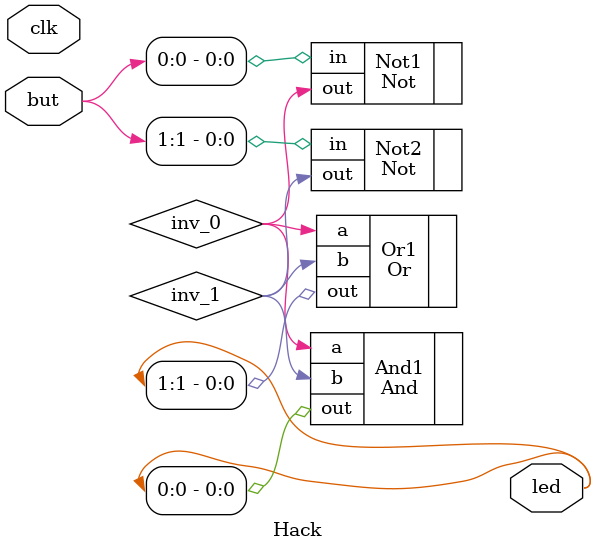
<source format=v>
`include "../../modules/Nand.v"
`include "../../modules/Not.v"
`include "../../modules/And.v"
`include "../../modules/Or.v"
/** 
 * The module hack is our top-level module
 * It connects the external pins of our fpga (Hack.pcf)
 * to the internal components (cpu,mem,clk,rst,rom)
 *
 */

`default_nettype none
module Hack(                        // top level module 
    input  wire clk,                
    input  wire [1:0] but,          // buttons  (0 if pressed, 1 if released)
    output wire [1:0] led           // leds     (0 off, 1 on)
);

    wire inv_0, inv_1;
    Not Not1(.in(but[0]), .out(inv_0));
    Not Not2(.in(but[1]), .out(inv_1));

    And And1(.a(inv_0), .b(inv_1), .out(led[0]));
    Or Or1(.a(inv_0), .b(inv_1), .out(led[1]));

endmodule

</source>
